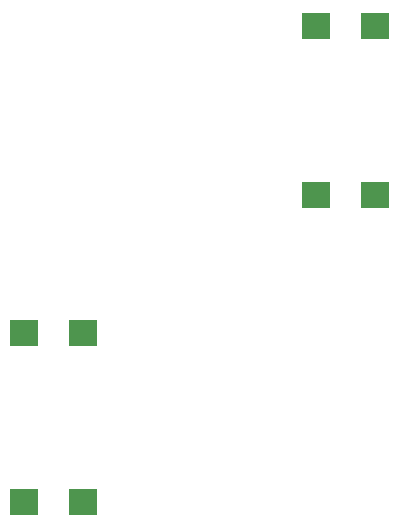
<source format=gbr>
G04 #@! TF.GenerationSoftware,KiCad,Pcbnew,(5.1.5)-3*
G04 #@! TF.CreationDate,2020-03-19T11:30:27+02:00*
G04 #@! TF.ProjectId,RightPanel,52696768-7450-4616-9e65-6c2e6b696361,rev?*
G04 #@! TF.SameCoordinates,Original*
G04 #@! TF.FileFunction,Paste,Top*
G04 #@! TF.FilePolarity,Positive*
%FSLAX46Y46*%
G04 Gerber Fmt 4.6, Leading zero omitted, Abs format (unit mm)*
G04 Created by KiCad (PCBNEW (5.1.5)-3) date 2020-03-19 11:30:27*
%MOMM*%
%LPD*%
G04 APERTURE LIST*
%ADD10R,2.400000X2.300000*%
G04 APERTURE END LIST*
D10*
X90000000Y-43725000D03*
X90000000Y-58025000D03*
X85000000Y-43725000D03*
X85000000Y-58025000D03*
X65250000Y-69725000D03*
X65250000Y-84025000D03*
X60250000Y-69725000D03*
X60250000Y-84025000D03*
M02*

</source>
